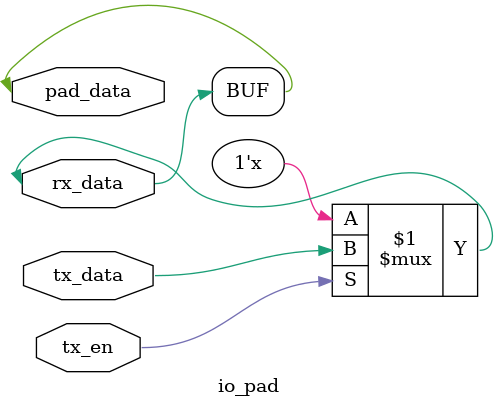
<source format=v>
module io_pad
(
	input tx_data,
	input tx_en,
	input rx_data,
	inout pad_data
);

assign pad_data = tx_en ? tx_data : 1'bz;
assign rx_data = pad_data;

endmodule
</source>
